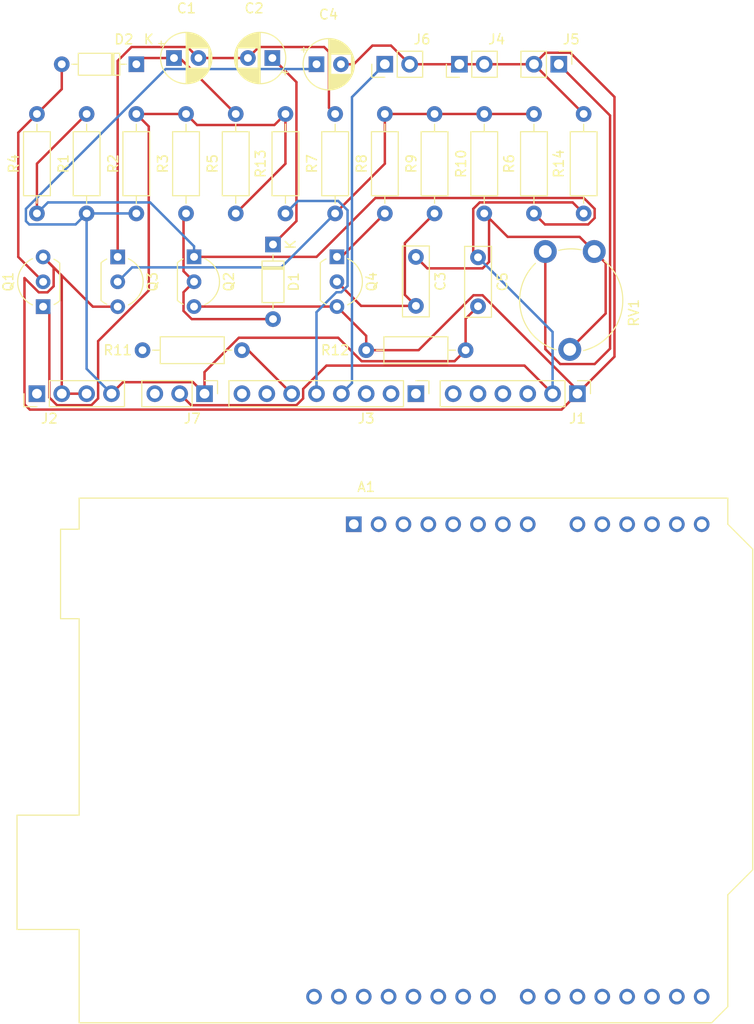
<source format=kicad_pcb>
(kicad_pcb (version 20221018) (generator pcbnew)
  (layers (0 "F.Cu" signal) (31 "B.Cu" signal) (34 "B.Paste" user) (35 "F.Paste" user) (36 "B.SilkS" user "B.Silkscreen") (37 "F.SilkS" user "F.Silkscreen") (38 "B.Mask" user) (39 "F.Mask" user) (44 "Edge.Cuts" user))
  (net 0 "")
  (net 1 "Net-(D2-K)")
  (net 2 "Net-(Q3-C)")
  (net 3 "Net-(D1-K)")
  (net 4 "Net-(C3-Pad1)")
  (net 5 "Net-(Q4-B)")
  (net 6 "VCC")
  (net 7 "GND")
  (net 8 "Net-(J1-Pin_2)")
  (net 9 "Net-(D1-A)")
  (net 10 "Net-(D2-A)")
  (net 11 "Micro")
  (net 12 "Taste")
  (net 13 "Net-(Q2-C)")
  (net 14 "Net-(Q1-C)")
  (net 15 "Net-(Q3-B)")
  (net 16 "Net-(Q4-C)")
  (net 17 "Net-(J7-Pin_3)")
  (net 18 "Net-(J3-Pin_6)")
  (net 19 "DI6")
  (footprint "Potentiometer_THT:Potentiometer_Piher_PT-10-V10_Vertical_Hole" (layer "F.Cu") (at 135.78 85.17 -90)
    (fp_text reference "RV1" (at 6.27 -9.05 90) (layer "F.SilkS"))
    (fp_text value "10k")
    (pad "" np_thru_hole circle (at 5 -2.65 270) (size 4 4) (drill 4) (layers "*.Cu" "*.Mask"))
    (pad "1" thru_hole circle (at 0 0 270) (size 2.34 2.34) (drill 1.3) (layers "*.Cu" "*.Mask") (net 11 "Micro"))
    (pad "2" thru_hole circle (at 10 -2.5 270) (size 2.34 2.34) (drill 1.3) (layers "*.Cu" "*.Mask") (net 4 "Net-(C3-Pad1)"))
    (pad "3" thru_hole circle (at 0 -5 270) (size 2.34 2.34) (drill 1.3) (layers "*.Cu" "*.Mask") (net 4 "Net-(C3-Pad1)"))
  )
  (footprint "Resistor_THT:R_Axial_DIN0207_L6.3mm_D2.5mm_P10.16mm_Horizontal" (layer "F.Cu") (at 88.9 81.28 90)
    (fp_text reference "R1" (at 5.08 -2.37 90) (layer "F.SilkS"))
    (fp_text value "1k")
    (pad "1" thru_hole circle (at 0 0 90) (size 1.6 1.6) (drill 0.8) (layers "*.Cu" "*.Mask") (net 6 "VCC"))
    (pad "2" thru_hole oval (at 10.16 0 90) (size 1.6 1.6) (drill 0.8) (layers "*.Cu" "*.Mask") (net 13 "Net-(Q2-C)"))
  )
  (footprint "Resistor_THT:R_Axial_DIN0207_L6.3mm_D2.5mm_P10.16mm_Horizontal" (layer "F.Cu") (at 94.615 95.25)
    (fp_text reference "R11" (at -2.54 0) (layer "F.SilkS"))
    (fp_text value "470")
    (pad "1" thru_hole circle (at 0 0) (size 1.6 1.6) (drill 0.8) (layers "*.Cu" "*.Mask") (net 17 "Net-(J7-Pin_3)"))
    (pad "2" thru_hole oval (at 10.16 0) (size 1.6 1.6) (drill 0.8) (layers "*.Cu" "*.Mask") (net 18 "Net-(J3-Pin_6)"))
  )
  (footprint "Resistor_THT:R_Axial_DIN0207_L6.3mm_D2.5mm_P10.16mm_Horizontal" (layer "F.Cu") (at 109.22 71.12 -90)
    (fp_text reference "R13" (at 5.08 2.54 90) (layer "F.SilkS"))
    (fp_text value "470")
    (pad "1" thru_hole circle (at 0 0 270) (size 1.6 1.6) (drill 0.8) (layers "*.Cu" "*.Mask") (net 14 "Net-(Q1-C)"))
    (pad "2" thru_hole oval (at 10.16 0 270) (size 1.6 1.6) (drill 0.8) (layers "*.Cu" "*.Mask") (net 19 "DI6"))
  )
  (footprint "Resistor_THT:R_Axial_DIN0207_L6.3mm_D2.5mm_P10.16mm_Horizontal" (layer "F.Cu") (at 104.14 81.28 90)
    (fp_text reference "R5" (at 5.08 -2.37 90) (layer "F.SilkS"))
    (fp_text value "1k")
    (pad "1" thru_hole circle (at 0 0 90) (size 1.6 1.6) (drill 0.8) (layers "*.Cu" "*.Mask") (net 14 "Net-(Q1-C)"))
    (pad "2" thru_hole oval (at 10.16 0 90) (size 1.6 1.6) (drill 0.8) (layers "*.Cu" "*.Mask") (net 1 "Net-(D2-K)"))
  )
  (footprint "Connector_PinHeader_2.54mm:PinHeader_1x03_P2.54mm_Vertical" (layer "F.Cu") (at 100.95 99.695 -90)
    (fp_text reference "J7" (at 2.54 1.255 -180) (layer "F.SilkS"))
    (fp_text value "03")
    (pad "1" thru_hole rect (at 0 0 270) (size 1.7 1.7) (drill 1) (layers "*.Cu" "*.Mask") (net 6 "VCC"))
    (pad "2" thru_hole oval (at 0 2.54 270) (size 1.7 1.7) (drill 1) (layers "*.Cu" "*.Mask") (net 8 "Net-(J1-Pin_2)"))
    (pad "3" thru_hole oval (at 0 5.08 270) (size 1.7 1.7) (drill 1) (layers "*.Cu" "*.Mask") (net 17 "Net-(J7-Pin_3)"))
  )
  (footprint "Diode_THT:D_DO-35_SOD27_P7.62mm_Horizontal" (layer "F.Cu") (at 107.95 84.455 -90)
    (fp_text reference "D1" (at 3.81 -2.12 -270) (layer "F.SilkS"))
    (fp_text value "1N4148")
    (fp_text user "K" (at 0 -1.8 -270) (layer "F.SilkS"))
    (pad "1" thru_hole rect (at 0 0 270) (size 1.6 1.6) (drill 0.8) (layers "*.Cu" "*.Mask") (net 3 "Net-(D1-K)"))
    (pad "2" thru_hole oval (at 7.62 0 270) (size 1.6 1.6) (drill 0.8) (layers "*.Cu" "*.Mask") (net 9 "Net-(D1-A)"))
  )
  (footprint "Resistor_THT:R_Axial_DIN0207_L6.3mm_D2.5mm_P10.16mm_Horizontal" (layer "F.Cu") (at 93.98 81.28 90)
    (fp_text reference "R2" (at 5.08 -2.37 90) (layer "F.SilkS"))
    (fp_text value "1k")
    (pad "1" thru_hole circle (at 0 0 90) (size 1.6 1.6) (drill 0.8) (layers "*.Cu" "*.Mask") (net 6 "VCC"))
    (pad "2" thru_hole oval (at 10.16 0 90) (size 1.6 1.6) (drill 0.8) (layers "*.Cu" "*.Mask") (net 14 "Net-(Q1-C)"))
  )
  (footprint "Package_TO_SOT_THT:TO-92L_Inline_Wide" (layer "F.Cu") (at 84.455 90.805 90)
    (fp_text reference "Q1" (at 2.54 -3.56 90) (layer "F.SilkS"))
    (fp_text value "BC547")
    (pad "1" thru_hole rect (at 0 0 90) (size 1.5 1.5) (drill 0.8) (layers "*.Cu" "*.Mask") (net 14 "Net-(Q1-C)"))
    (pad "2" thru_hole circle (at 2.54 0 90) (size 1.5 1.5) (drill 0.8) (layers "*.Cu" "*.Mask") (net 10 "Net-(D2-A)"))
    (pad "3" thru_hole circle (at 5.08 0 90) (size 1.5 1.5) (drill 0.8) (layers "*.Cu" "*.Mask") (net 7 "GND"))
  )
  (footprint "Capacitor_THT:CP_Radial_D5.0mm_P2.50mm" (layer "F.Cu") (at 97.83 65.405)
    (fp_text reference "C1" (at 1.27 -5.08) (layer "F.SilkS"))
    (fp_text value "47μF")
    (pad "1" thru_hole rect (at 0 0) (size 1.6 1.6) (drill 0.8) (layers "*.Cu" "*.Mask") (net 1 "Net-(D2-K)"))
    (pad "2" thru_hole circle (at 2.5 0) (size 1.6 1.6) (drill 0.8) (layers "*.Cu" "*.Mask") (net 2 "Net-(Q3-C)"))
  )
  (footprint "Package_TO_SOT_THT:TO-92L_Inline_Wide" (layer "F.Cu") (at 92.075 85.725 -90)
    (fp_text reference "Q3" (at 2.54 -3.56 90) (layer "F.SilkS"))
    (fp_text value "BC547")
    (pad "1" thru_hole rect (at 0 0 270) (size 1.5 1.5) (drill 0.8) (layers "*.Cu" "*.Mask") (net 2 "Net-(Q3-C)"))
    (pad "2" thru_hole circle (at 2.54 0 270) (size 1.5 1.5) (drill 0.8) (layers "*.Cu" "*.Mask") (net 15 "Net-(Q3-B)"))
    (pad "3" thru_hole circle (at 5.08 0 270) (size 1.5 1.5) (drill 0.8) (layers "*.Cu" "*.Mask") (net 7 "GND"))
  )
  (footprint "Connector_PinHeader_2.54mm:PinHeader_1x02_P2.54mm_Vertical" (layer "F.Cu") (at 137.16 66.04 -90)
    (fp_text reference "J5" (at -2.54 -1.27 -180) (layer "F.SilkS"))
    (fp_text value "Micro")
    (pad "1" thru_hole rect (at 0 0 270) (size 1.7 1.7) (drill 1) (layers "*.Cu" "*.Mask") (net 11 "Micro"))
    (pad "2" thru_hole oval (at 0 2.54 270) (size 1.7 1.7) (drill 1) (layers "*.Cu" "*.Mask") (net 7 "GND"))
  )
  (footprint "Resistor_THT:R_Axial_DIN0207_L6.3mm_D2.5mm_P10.16mm_Horizontal" (layer "F.Cu") (at 139.7 71.12 -90)
    (fp_text reference "R14" (at 5.08 2.54 90) (layer "F.SilkS"))
    (fp_text value "0,22")
    (pad "1" thru_hole circle (at 0 0 270) (size 1.6 1.6) (drill 0.8) (layers "*.Cu" "*.Mask") (net 7 "GND"))
    (pad "2" thru_hole oval (at 10.16 0 270) (size 1.6 1.6) (drill 0.8) (layers "*.Cu" "*.Mask") (net 8 "Net-(J1-Pin_2)"))
  )
  (footprint "Diode_THT:D_DO-35_SOD27_P7.62mm_Horizontal" (layer "F.Cu") (at 93.98 66.04 180)
    (fp_text reference "D2" (at 1.27 2.54) (layer "F.SilkS"))
    (fp_text value "1N4148")
    (fp_text user "K" (at -1.27 2.54) (layer "F.SilkS"))
    (pad "1" thru_hole rect (at 0 0 180) (size 1.6 1.6) (drill 0.8) (layers "*.Cu" "*.Mask") (net 1 "Net-(D2-K)"))
    (pad "2" thru_hole oval (at 7.62 0 180) (size 1.6 1.6) (drill 0.8) (layers "*.Cu" "*.Mask") (net 10 "Net-(D2-A)"))
  )
  (footprint "Connector_PinHeader_2.54mm:PinHeader_1x08_P2.54mm_Vertical" (layer "F.Cu") (at 122.555 99.695 -90)
    (fp_text reference "J3" (at 2.54 5.08 -180) (layer "F.SilkS"))
    (fp_text value "DIGITAL")
    (pad "1" thru_hole rect (at 0 0 270) (size 1.7 1.7) (drill 1) (layers "*.Cu" "*.Mask"))
    (pad "2" thru_hole oval (at 0 2.54 270) (size 1.7 1.7) (drill 1) (layers "*.Cu" "*.Mask"))
    (pad "3" thru_hole oval (at 0 5.08 270) (size 1.7 1.7) (drill 1) (layers "*.Cu" "*.Mask"))
    (pad "4" thru_hole oval (at 0 7.62 270) (size 1.7 1.7) (drill 1) (layers "*.Cu" "*.Mask") (net 12 "Taste"))
    (pad "5" thru_hole oval (at 0 10.16 270) (size 1.7 1.7) (drill 1) (layers "*.Cu" "*.Mask") (net 19 "DI6"))
    (pad "6" thru_hole oval (at 0 12.7 270) (size 1.7 1.7) (drill 1) (layers "*.Cu" "*.Mask") (net 18 "Net-(J3-Pin_6)"))
    (pad "7" thru_hole oval (at 0 15.24 270) (size 1.7 1.7) (drill 1) (layers "*.Cu" "*.Mask"))
    (pad "8" thru_hole oval (at 0 17.78 270) (size 1.7 1.7) (drill 1) (layers "*.Cu" "*.Mask"))
  )
  (footprint "Connector_PinHeader_2.54mm:PinHeader_1x02_P2.54mm_Vertical" (layer "F.Cu") (at 127 66.04 90)
    (fp_text reference "J4" (at 2.54 3.81 180) (layer "F.SilkS"))
    (fp_text value "LDR")
    (pad "1" thru_hole rect (at 0 0 90) (size 1.7 1.7) (drill 1) (layers "*.Cu" "*.Mask") (net 7 "GND"))
    (pad "2" thru_hole oval (at 0 2.54 90) (size 1.7 1.7) (drill 1) (layers "*.Cu" "*.Mask") (net 7 "GND"))
  )
  (footprint "Package_TO_SOT_THT:TO-92L_Inline_Wide" (layer "F.Cu") (at 114.485 85.715 -90)
    (fp_text reference "Q4" (at 2.54 -3.56 90) (layer "F.SilkS"))
    (fp_text value "BC547")
    (pad "1" thru_hole rect (at 0 0 270) (size 1.5 1.5) (drill 0.8) (layers "*.Cu" "*.Mask") (net 16 "Net-(Q4-C)"))
    (pad "2" thru_hole circle (at 2.54 0 270) (size 1.5 1.5) (drill 0.8) (layers "*.Cu" "*.Mask") (net 5 "Net-(Q4-B)"))
    (pad "3" thru_hole circle (at 5.08 0 270) (size 1.5 1.5) (drill 0.8) (layers "*.Cu" "*.Mask") (net 7 "GND"))
  )
  (footprint "Connector_PinHeader_2.54mm:PinHeader_1x04_P2.54mm_Vertical" (layer "F.Cu") (at 83.82 99.695 90)
    (fp_text reference "J2" (at -2.54 1.27) (layer "F.SilkS"))
    (fp_text value "Power")
    (pad "1" thru_hole rect (at 0 0 90) (size 1.7 1.7) (drill 1) (layers "*.Cu" "*.Mask"))
    (pad "2" thru_hole oval (at 0 2.54 90) (size 1.7 1.7) (drill 1) (layers "*.Cu" "*.Mask") (net 7 "GND"))
    (pad "3" thru_hole oval (at 0 5.08 90) (size 1.7 1.7) (drill 1) (layers "*.Cu" "*.Mask") (net 7 "GND"))
    (pad "4" thru_hole oval (at 0 7.62 90) (size 1.7 1.7) (drill 1) (layers "*.Cu" "*.Mask") (net 6 "VCC"))
  )
  (footprint "Connector_PinHeader_2.54mm:PinHeader_1x06_P2.54mm_Vertical" (layer "F.Cu") (at 139.065 99.695 -90)
    (fp_text reference "J1" (at 2.54 0) (layer "F.SilkS"))
    (fp_text value "Analog IN")
    (pad "1" thru_hole rect (at 0 0 270) (size 1.7 1.7) (drill 1) (layers "*.Cu" "*.Mask") (net 7 "GND"))
    (pad "2" thru_hole oval (at 0 2.54 270) (size 1.7 1.7) (drill 1) (layers "*.Cu" "*.Mask") (net 8 "Net-(J1-Pin_2)"))
    (pad "3" thru_hole oval (at 0 5.08 270) (size 1.7 1.7) (drill 1) (layers "*.Cu" "*.Mask"))
    (pad "4" thru_hole oval (at 0 7.62 270) (size 1.7 1.7) (drill 1) (layers "*.Cu" "*.Mask"))
    (pad "5" thru_hole oval (at 0 10.16 270) (size 1.7 1.7) (drill 1) (layers "*.Cu" "*.Mask"))
    (pad "6" thru_hole oval (at 0 12.7 270) (size 1.7 1.7) (drill 1) (layers "*.Cu" "*.Mask"))
  )
  (footprint "Resistor_THT:R_Axial_DIN0207_L6.3mm_D2.5mm_P10.16mm_Horizontal" (layer "F.Cu") (at 119.38 81.28 90)
    (fp_text reference "R8" (at 5.08 -2.37 90) (layer "F.SilkS"))
    (fp_text value "4k7")
    (pad "1" thru_hole circle (at 0 0 90) (size 1.6 1.6) (drill 0.8) (layers "*.Cu" "*.Mask") (net 16 "Net-(Q4-C)"))
    (pad "2" thru_hole oval (at 10.16 0 90) (size 1.6 1.6) (drill 0.8) (layers "*.Cu" "*.Mask") (net 15 "Net-(Q3-B)"))
  )
  (footprint "Capacitor_THT:C_Disc_D7.0mm_W2.5mm_P5.00mm" (layer "F.Cu") (at 122.555 85.725 -90)
    (fp_text reference "C3" (at 2.5 -2.5 -270) (layer "F.SilkS"))
    (fp_text value "100NF")
    (pad "1" thru_hole circle (at 0 0 270) (size 1.6 1.6) (drill 0.8) (layers "*.Cu" "*.Mask") (net 4 "Net-(C3-Pad1)"))
    (pad "2" thru_hole circle (at 5 0 270) (size 1.6 1.6) (drill 0.8) (layers "*.Cu" "*.Mask") (net 5 "Net-(Q4-B)"))
  )
  (footprint "Capacitor_THT:CP_Radial_D5.0mm_P2.50mm" (layer "F.Cu") (at 112.395 66.04)
    (fp_text reference "C4" (at 1.23 -5.08) (layer "F.SilkS"))
    (fp_text value "47μF")
    (pad "1" thru_hole rect (at 0 0) (size 1.6 1.6) (drill 0.8) (layers "*.Cu" "*.Mask") (net 6 "VCC"))
    (pad "2" thru_hole circle (at 2.5 0) (size 1.6 1.6) (drill 0.8) (layers "*.Cu" "*.Mask") (net 7 "GND"))
  )
  (footprint "Module:Arduino_UNO_R2" (layer "F.Cu") (at 116.205 113.03)
    (fp_text reference "A1" (at 1.27 -3.81 180) (layer "F.SilkS"))
    (fp_text value "Arduino_UNO_R2")
    (pad "1" thru_hole rect (at 0 0 90) (size 1.6 1.6) (drill 1) (layers "*.Cu" "*.Mask"))
    (pad "2" thru_hole oval (at 2.54 0 90) (size 1.6 1.6) (drill 1) (layers "*.Cu" "*.Mask"))
    (pad "3" thru_hole oval (at 5.08 0 90) (size 1.6 1.6) (drill 1) (layers "*.Cu" "*.Mask"))
    (pad "4" thru_hole oval (at 7.62 0 90) (size 1.6 1.6) (drill 1) (layers "*.Cu" "*.Mask"))
    (pad "5" thru_hole oval (at 10.16 0 90) (size 1.6 1.6) (drill 1) (layers "*.Cu" "*.Mask"))
    (pad "6" thru_hole oval (at 12.7 0 90) (size 1.6 1.6) (drill 1) (layers "*.Cu" "*.Mask"))
    (pad "7" thru_hole oval (at 15.24 0 90) (size 1.6 1.6) (drill 1) (layers "*.Cu" "*.Mask"))
    (pad "8" thru_hole oval (at 17.78 0 90) (size 1.6 1.6) (drill 1) (layers "*.Cu" "*.Mask"))
    (pad "9" thru_hole oval (at 22.86 0 90) (size 1.6 1.6) (drill 1) (layers "*.Cu" "*.Mask"))
    (pad "10" thru_hole oval (at 25.4 0 90) (size 1.6 1.6) (drill 1) (layers "*.Cu" "*.Mask"))
    (pad "11" thru_hole oval (at 27.94 0 90) (size 1.6 1.6) (drill 1) (layers "*.Cu" "*.Mask"))
    (pad "12" thru_hole oval (at 30.48 0 90) (size 1.6 1.6) (drill 1) (layers "*.Cu" "*.Mask"))
    (pad "13" thru_hole oval (at 33.02 0 90) (size 1.6 1.6) (drill 1) (layers "*.Cu" "*.Mask"))
    (pad "14" thru_hole oval (at 35.56 0 90) (size 1.6 1.6) (drill 1) (layers "*.Cu" "*.Mask"))
    (pad "15" thru_hole oval (at 35.56 48.26 90) (size 1.6 1.6) (drill 1) (layers "*.Cu" "*.Mask"))
    (pad "16" thru_hole oval (at 33.02 48.26 90) (size 1.6 1.6) (drill 1) (layers "*.Cu" "*.Mask"))
    (pad "17" thru_hole oval (at 30.48 48.26 90) (size 1.6 1.6) (drill 1) (layers "*.Cu" "*.Mask"))
    (pad "18" thru_hole oval (at 27.94 48.26 90) (size 1.6 1.6) (drill 1) (layers "*.Cu" "*.Mask"))
    (pad "19" thru_hole oval (at 25.4 48.26 90) (size 1.6 1.6) (drill 1) (layers "*.Cu" "*.Mask"))
    (pad "20" thru_hole oval (at 22.86 48.26 90) (size 1.6 1.6) (drill 1) (layers "*.Cu" "*.Mask"))
    (pad "21" thru_hole oval (at 20.32 48.26 90) (size 1.6 1.6) (drill 1) (layers "*.Cu" "*.Mask"))
    (pad "22" thru_hole oval (at 17.78 48.26 90) (size 1.6 1.6) (drill 1) (layers "*.Cu" "*.Mask"))
    (pad "23" thru_hole oval (at 13.72 48.26 90) (size 1.6 1.6) (drill 1) (layers "*.Cu" "*.Mask"))
    (pad "24" thru_hole oval (at 11.18 48.26 90) (size 1.6 1.6) (drill 1) (layers "*.Cu" "*.Mask"))
    (pad "25" thru_hole oval (at 8.64 48.26 90) (size 1.6 1.6) (drill 1) (layers "*.Cu" "*.Mask"))
    (pad "26" thru_hole oval (at 6.1 48.26 90) (size 1.6 1.6) (drill 1) (layers "*.Cu" "*.Mask"))
    (pad "27" thru_hole oval (at 3.56 48.26 90) (size 1.6 1.6) (drill 1) (layers "*.Cu" "*.Mask"))
    (pad "28" thru_hole oval (at 1.02 48.26 90) (size 1.6 1.6) (drill 1) (layers "*.Cu" "*.Mask"))
    (pad "29" thru_hole oval (at -1.52 48.26 90) (size 1.6 1.6) (drill 1) (layers "*.Cu" "*.Mask"))
    (pad "30" thru_hole oval (at -4.06 48.26 90) (size 1.6 1.6) (drill 1) (layers "*.Cu" "*.Mask"))
  )
  (footprint "Package_TO_SOT_THT:TO-92L_Inline_Wide" (layer "F.Cu") (at 99.88 85.715 -90)
    (fp_text reference "Q2" (at 2.54 -3.56 90) (layer "F.SilkS"))
    (fp_text value "BC547")
    (pad "1" thru_hole rect (at 0 0 270) (size 1.5 1.5) (drill 0.8) (layers "*.Cu" "*.Mask") (net 13 "Net-(Q2-C)"))
    (pad "2" thru_hole circle (at 2.54 0 270) (size 1.5 1.5) (drill 0.8) (layers "*.Cu" "*.Mask") (net 9 "Net-(D1-A)"))
    (pad "3" thru_hole circle (at 5.08 0 270) (size 1.5 1.5) (drill 0.8) (layers "*.Cu" "*.Mask") (net 7 "GND"))
  )
  (footprint "Resistor_THT:R_Axial_DIN0207_L6.3mm_D2.5mm_P10.16mm_Horizontal" (layer "F.Cu") (at 83.82 81.28 90)
    (fp_text reference "R4" (at 5.08 -2.37 90) (layer "F.SilkS"))
    (fp_text value "22k")
    (pad "1" thru_hole circle (at 0 0 90) (size 1.6 1.6) (drill 0.8) (layers "*.Cu" "*.Mask") (net 13 "Net-(Q2-C)"))
    (pad "2" thru_hole oval (at 10.16 0 90) (size 1.6 1.6) (drill 0.8) (layers "*.Cu" "*.Mask") (net 10 "Net-(D2-A)"))
  )
  (footprint "Capacitor_THT:CP_Radial_D5.0mm_P2.50mm" (layer "F.Cu") (at 107.885113 65.405 180)
    (fp_text reference "C2" (at 1.865 5.08) (layer "F.SilkS"))
    (fp_text value "47μF")
    (pad "1" thru_hole rect (at 0 0 180) (size 1.6 1.6) (drill 0.8) (layers "*.Cu" "*.Mask") (net 3 "Net-(D1-K)"))
    (pad "2" thru_hole circle (at 2.5 0 180) (size 1.6 1.6) (drill 0.8) (layers "*.Cu" "*.Mask") (net 2 "Net-(Q3-C)"))
  )
  (footprint "Resistor_THT:R_Axial_DIN0207_L6.3mm_D2.5mm_P10.16mm_Horizontal" (layer "F.Cu") (at 124.46 81.28 90)
    (fp_text reference "R9" (at 5.08 -2.37 90) (layer "F.SilkS"))
    (fp_text value "160k")
    (pad "1" thru_hole circle (at 0 0 90) (size 1.6 1.6) (drill 0.8) (layers "*.Cu" "*.Mask") (net 5 "Net-(Q4-B)"))
    (pad "2" thru_hole oval (at 10.16 0 90) (size 1.6 1.6) (drill 0.8) (layers "*.Cu" "*.Mask") (net 15 "Net-(Q3-B)"))
  )
  (footprint "Connector_PinHeader_2.54mm:PinHeader_1x02_P2.54mm_Vertical" (layer "F.Cu") (at 119.375 66.04 90)
    (fp_text reference "J6" (at 2.54 3.81 180) (layer "F.SilkS"))
    (fp_text value "Taste")
    (pad "1" thru_hole rect (at 0 0 90) (size 1.7 1.7) (drill 1) (layers "*.Cu" "*.Mask") (net 12 "Taste"))
    (pad "2" thru_hole oval (at 0 2.54 90) (size 1.7 1.7) (drill 1) (layers "*.Cu" "*.Mask") (net 7 "GND"))
  )
  (footprint "Resistor_THT:R_Axial_DIN0207_L6.3mm_D2.5mm_P10.16mm_Horizontal" (layer "F.Cu") (at 99.06 81.28 90)
    (fp_text reference "R3" (at 5.08 -2.37 90) (layer "F.SilkS"))
    (fp_text value "22k")
    (pad "1" thru_hole circle (at 0 0 90) (size 1.6 1.6) (drill 0.8) (layers "*.Cu" "*.Mask") (net 9 "Net-(D1-A)"))
    (pad "2" thru_hole oval (at 10.16 0 90) (size 1.6 1.6) (drill 0.8) (layers "*.Cu" "*.Mask") (net 14 "Net-(Q1-C)"))
  )
  (footprint "Resistor_THT:R_Axial_DIN0207_L6.3mm_D2.5mm_P10.16mm_Horizontal" (layer "F.Cu") (at 127.635 95.25 180)
    (fp_text reference "R12" (at 13.335 0) (layer "F.SilkS"))
    (fp_text value "10k")
    (pad "1" thru_hole circle (at 0 0 180) (size 1.6 1.6) (drill 0.8) (layers "*.Cu" "*.Mask") (net 6 "VCC"))
    (pad "2" thru_hole oval (at 10.16 0 180) (size 1.6 1.6) (drill 0.8) (layers "*.Cu" "*.Mask") (net 7 "GND"))
  )
  (footprint "Resistor_THT:R_Axial_DIN0207_L6.3mm_D2.5mm_P10.16mm_Horizontal" (layer "F.Cu") (at 134.62 81.28 90)
    (fp_text reference "R6" (at 5.08 -2.54 90) (layer "F.SilkS"))
    (fp_text value "1k")
    (pad "1" thru_hole circle (at 0 0 90) (size 1.6 1.6) (drill 0.8) (layers "*.Cu" "*.Mask") (net 13 "Net-(Q2-C)"))
    (pad "2" thru_hole oval (at 10.16 0 90) (size 1.6 1.6) (drill 0.8) (layers "*.Cu" "*.Mask") (net 15 "Net-(Q3-B)"))
  )
  (footprint "Capacitor_THT:C_Disc_D7.0mm_W2.5mm_P5.00mm" (layer "F.Cu") (at 128.905 85.765 -90)
    (fp_text reference "C5" (at 2.5 -2.5 90) (layer "F.SilkS"))
    (fp_text value "100NF")
    (pad "1" thru_hole circle (at 0 0 270) (size 1.6 1.6) (drill 0.8) (layers "*.Cu" "*.Mask") (net 8 "Net-(J1-Pin_2)"))
    (pad "2" thru_hole circle (at 5 0 270) (size 1.6 1.6) (drill 0.8) (layers "*.Cu" "*.Mask") (net 6 "VCC"))
  )
  (footprint "Resistor_THT:R_Axial_DIN0207_L6.3mm_D2.5mm_P10.16mm_Horizontal" (layer "F.Cu") (at 114.3 81.28 90)
    (fp_text reference "R7" (at 5.08 -2.37 90) (layer "F.SilkS"))
    (fp_text value "10k")
    (pad "1" thru_hole circle (at 0 0 90) (size 1.6 1.6) (drill 0.8) (layers "*.Cu" "*.Mask") (net 15 "Net-(Q3-B)"))
    (pad "2" thru_hole oval (at 10.16 0 90) (size 1.6 1.6) (drill 0.8) (layers "*.Cu" "*.Mask") (net 2 "Net-(Q3-C)"))
  )
  (footprint "Resistor_THT:R_Axial_DIN0207_L6.3mm_D2.5mm_P10.16mm_Horizontal" (layer "F.Cu") (at 129.54 81.28 90)
    (fp_text reference "R10" (at 5.08 -2.37 90) (layer "F.SilkS"))
    (fp_text value "10k")
    (pad "1" thru_hole circle (at 0 0 90) (size 1.6 1.6) (drill 0.8) (layers "*.Cu" "*.Mask") (net 4 "Net-(C3-Pad1)"))
    (pad "2" thru_hole oval (at 10.16 0 90) (size 1.6 1.6) (drill 0.8) (layers "*.Cu" "*.Mask") (net 15 "Net-(Q3-B)"))
  )
  (segment (start 97.83 65.405) (end 94.615 65.405) (width 0.25) (layer "F.Cu") (net 1))
  (segment (start 98.425 65.405) (end 104.14 71.12) (width 0.25) (layer "F.Cu") (net 1))
  (segment (start 94.615 65.405) (end 93.98 66.04) (width 0.25) (layer "F.Cu") (net 1))
  (segment (start 97.83 65.405) (end 98.425 65.405) (width 0.25) (layer "F.Cu") (net 1))
  (segment (start 113.174999 64.28) (end 113.665 64.770001) (width 0.25) (layer "F.Cu") (net 2))
  (segment (start 105.385113 65.405) (end 100.33 65.405) (width 0.25) (layer "F.Cu") (net 2))
  (segment (start 105.385113 65.405) (end 106.510113 64.28) (width 0.25) (layer "F.Cu") (net 2))
  (segment (start 93.49 64.28) (end 92.075 65.695) (width 0.25) (layer "F.Cu") (net 2))
  (segment (start 113.665 64.770001) (end 113.665 70.485) (width 0.25) (layer "F.Cu") (net 2))
  (segment (start 113.665 70.485) (end 114.3 71.12) (width 0.25) (layer "F.Cu") (net 2))
  (segment (start 92.075 65.695) (end 92.075 85.725) (width 0.25) (layer "F.Cu") (net 2))
  (segment (start 99.205 64.28) (end 93.49 64.28) (width 0.25) (layer "F.Cu") (net 2))
  (segment (start 106.510113 64.28) (end 113.174999 64.28) (width 0.25) (layer "F.Cu") (net 2))
  (segment (start 100.33 65.405) (end 99.205 64.28) (width 0.25) (layer "F.Cu") (net 2))
  (segment (start 107.885113 65.405) (end 110.345 67.864887) (width 0.25) (layer "F.Cu") (net 3))
  (segment (start 110.345 82.06) (end 107.95 84.455) (width 0.25) (layer "F.Cu") (net 3))
  (segment (start 110.345 67.864887) (end 110.345 82.06) (width 0.25) (layer "F.Cu") (net 3))
  (segment (start 123.72 86.89) (end 129.370991 86.89) (width 0.25) (layer "F.Cu") (net 4))
  (segment (start 141.949999 91.500001) (end 141.949999 86.339999) (width 0.25) (layer "F.Cu") (net 4))
  (segment (start 138.28 95.17) (end 141.949999 91.500001) (width 0.25) (layer "F.Cu") (net 4))
  (segment (start 129.370991 86.89) (end 130.03 86.230991) (width 0.25) (layer "F.Cu") (net 4))
  (segment (start 122.555 85.725) (end 123.72 86.89) (width 0.25) (layer "F.Cu") (net 4))
  (segment (start 131.935 83.675) (end 129.54 81.28) (width 0.25) (layer "F.Cu") (net 4))
  (segment (start 130.03 81.77) (end 129.54 81.28) (width 0.25) (layer "F.Cu") (net 4))
  (segment (start 130.03 86.230991) (end 130.03 81.77) (width 0.25) (layer "F.Cu") (net 4))
  (segment (start 141.949999 86.339999) (end 140.78 85.17) (width 0.25) (layer "F.Cu") (net 4))
  (segment (start 139.285 83.675) (end 131.935 83.675) (width 0.25) (layer "F.Cu") (net 4))
  (segment (start 140.78 85.17) (end 139.285 83.675) (width 0.25) (layer "F.Cu") (net 4))
  (segment (start 121.43 89.6) (end 121.43 84.31) (width 0.25) (layer "F.Cu") (net 5))
  (segment (start 116.955 90.725) (end 114.485 88.255) (width 0.25) (layer "F.Cu") (net 5))
  (segment (start 121.43 84.31) (end 124.46 81.28) (width 0.25) (layer "F.Cu") (net 5))
  (segment (start 122.555 90.725) (end 116.955 90.725) (width 0.25) (layer "F.Cu") (net 5))
  (segment (start 122.555 90.725) (end 121.43 89.6) (width 0.25) (layer "F.Cu") (net 5))
  (segment (start 104.454009 93.98) (end 114.614009 93.98) (width 0.25) (layer "F.Cu") (net 6))
  (segment (start 100.95 99.695) (end 100.95 97.484009) (width 0.25) (layer "F.Cu") (net 6))
  (segment (start 100.95 97.484009) (end 104.454009 93.98) (width 0.25) (layer "F.Cu") (net 6))
  (segment (start 114.614009 93.98) (end 117.009009 96.375) (width 0.25) (layer "F.Cu") (net 6))
  (segment (start 126.51 96.375) (end 127.635 95.25) (width 0.25) (layer "F.Cu") (net 6))
  (segment (start 127.635 95.25) (end 127.635 92.035) (width 0.25) (layer "F.Cu") (net 6))
  (segment (start 92.615 98.52) (end 91.44 99.695) (width 0.25) (layer "F.Cu") (net 6))
  (segment (start 100.95 99.695) (end 99.775 98.52) (width 0.25) (layer "F.Cu") (net 6))
  (segment (start 117.009009 96.375) (end 126.51 96.375) (width 0.25) (layer "F.Cu") (net 6))
  (segment (start 127.635 92.035) (end 128.905 90.765) (width 0.25) (layer "F.Cu") (net 6))
  (segment (start 99.775 98.52) (end 92.615 98.52) (width 0.25) (layer "F.Cu") (net 6))
  (segment (start 88.9 81.28) (end 87.775 82.405) (width 0.25) (layer "B.Cu") (net 6))
  (segment (start 88.9 97.155) (end 88.9 81.28) (width 0.25) (layer "B.Cu") (net 6))
  (segment (start 82.695 82.06) (end 82.695 80.814009) (width 0.25) (layer "B.Cu") (net 6))
  (segment (start 111.905 66.53) (end 112.395 66.04) (width 0.25) (layer "B.Cu") (net 6))
  (segment (start 83.04 82.405) (end 82.695 82.06) (width 0.25) (layer "B.Cu") (net 6))
  (segment (start 96.979009 66.53) (end 111.905 66.53) (width 0.25) (layer "B.Cu") (net 6))
  (segment (start 88.9 81.28) (end 93.98 81.28) (width 0.25) (layer "B.Cu") (net 6))
  (segment (start 91.44 99.695) (end 88.9 97.155) (width 0.25) (layer "B.Cu") (net 6))
  (segment (start 87.775 82.405) (end 83.04 82.405) (width 0.25) (layer "B.Cu") (net 6))
  (segment (start 82.695 80.814009) (end 96.979009 66.53) (width 0.25) (layer "B.Cu") (net 6))
  (segment (start 116.205 66.04) (end 114.895 66.04) (width 0.25) (layer "F.Cu") (net 7))
  (segment (start 89.535 90.805) (end 92.075 90.805) (width 0.25) (layer "F.Cu") (net 7))
  (segment (start 118.11 64.135) (end 116.205 66.04) (width 0.25) (layer "F.Cu") (net 7))
  (segment (start 142.849999 95.910001) (end 139.065 99.695) (width 0.25) (layer "F.Cu") (net 7))
  (segment (start 129.54 66.04) (end 127 66.04) (width 0.25) (layer "F.Cu") (net 7))
  (segment (start 139.065 99.334009) (end 139.065 99.695) (width 0.25) (layer "F.Cu") (net 7))
  (segment (start 135.795 64.865) (end 138.335 64.865) (width 0.25) (layer "F.Cu") (net 7))
  (segment (start 83.095 101.32) (end 82.549302 100.774302) (width 0.25) (layer "F.Cu") (net 7))
  (segment (start 134.62 66.04) (end 135.795 64.865) (width 0.25) (layer "F.Cu") (net 7))
  (segment (start 84.00972 89.34) (end 84.90028 89.34) (width 0.25) (layer "F.Cu") (net 7))
  (segment (start 134.62 66.04) (end 129.54 66.04) (width 0.25) (layer "F.Cu") (net 7))
  (segment (start 120.01 64.135) (end 118.11 64.135) (width 0.25) (layer "F.Cu") (net 7))
  (segment (start 84.455 85.725) (end 89.535 90.805) (width 0.25) (layer "F.Cu") (net 7))
  (segment (start 86.36 87.63) (end 84.455 85.725) (width 0.25) (layer "F.Cu") (net 7))
  (segment (start 85.53 88.71028) (end 85.53 86.8) (width 0.25) (layer "F.Cu") (net 7))
  (segment (start 128.439009 89.64) (end 129.370991 89.64) (width 0.25) (layer "F.Cu") (net 7))
  (segment (start 84.90028 89.34) (end 85.53 88.71028) (width 0.25) (layer "F.Cu") (net 7))
  (segment (start 88.9 99.695) (end 86.36 99.695) (width 0.25) (layer "F.Cu") (net 7))
  (segment (start 117.475 95.25) (end 122.829009 95.25) (width 0.25) (layer "F.Cu") (net 7))
  (segment (start 85.53 86.8) (end 84.455 85.725) (width 0.25) (layer "F.Cu") (net 7))
  (segment (start 122.829009 95.25) (end 128.439009 89.64) (width 0.25) (layer "F.Cu") (net 7))
  (segment (start 82.549302 100.774302) (end 82.549302 87.879582) (width 0.25) (layer "F.Cu") (net 7))
  (segment (start 127 66.04) (end 121.915 66.04) (width 0.25) (layer "F.Cu") (net 7))
  (segment (start 129.370991 89.64) (end 139.065 99.334009) (width 0.25) (layer "F.Cu") (net 7))
  (segment (start 117.475 95.25) (end 117.475 93.785) (width 0.25) (layer "F.Cu") (net 7))
  (segment (start 139.065 99.695) (end 137.44 101.32) (width 0.25) (layer "F.Cu") (net 7))
  (segment (start 82.549302 87.879582) (end 84.00972 89.34) (width 0.25) (layer "F.Cu") (net 7))
  (segment (start 137.44 101.32) (end 83.095 101.32) (width 0.25) (layer "F.Cu") (net 7))
  (segment (start 86.36 99.695) (end 86.36 87.63) (width 0.25) (layer "F.Cu") (net 7))
  (segment (start 138.335 64.865) (end 142.849999 69.379999) (width 0.25) (layer "F.Cu") (net 7))
  (segment (start 117.475 93.785) (end 114.485 90.795) (width 0.25) (layer "F.Cu") (net 7))
  (segment (start 121.915 66.04) (end 120.01 64.135) (width 0.25) (layer "F.Cu") (net 7))
  (segment (start 139.7 71.12) (end 134.62 66.04) (width 0.25) (layer "F.Cu") (net 7))
  (segment (start 142.849999 69.379999) (end 142.849999 95.910001) (width 0.25) (layer "F.Cu") (net 7))
  (segment (start 114.485 90.795) (end 99.88 90.795) (width 0.25) (layer "F.Cu") (net 7))
  (segment (start 111.03 100.181701) (end 110.341701 100.87) (width 0.25) (layer "F.Cu") (net 8))
  (segment (start 113.413299 96.825) (end 111.03 99.208299) (width 0.25) (layer "F.Cu") (net 8))
  (segment (start 138.575 80.155) (end 129.074009 80.155) (width 0.25) (layer "F.Cu") (net 8))
  (segment (start 99.585 100.87) (end 98.41 99.695) (width 0.25) (layer "F.Cu") (net 8))
  (segment (start 128.415 85.275) (end 128.905 85.765) (width 0.25) (layer "F.Cu") (net 8))
  (segment (start 139.7 81.28) (end 138.575 80.155) (width 0.25) (layer "F.Cu") (net 8))
  (segment (start 129.074009 80.155) (end 128.415 80.814009) (width 0.25) (layer "F.Cu") (net 8))
  (segment (start 136.525 99.695) (end 133.655 96.825) (width 0.25) (layer "F.Cu") (net 8))
  (segment (start 110.341701 100.87) (end 99.585 100.87) (width 0.25) (layer "F.Cu") (net 8))
  (segment (start 133.655 96.825) (end 113.413299 96.825) (width 0.25) (layer "F.Cu") (net 8))
  (segment (start 128.415 80.814009) (end 128.415 85.275) (width 0.25) (layer "F.Cu") (net 8))
  (segment (start 111.03 99.208299) (end 111.03 100.181701) (width 0.25) (layer "F.Cu") (net 8))
  (segment (start 136.525 93.385) (end 136.525 99.695) (width 0.25) (layer "B.Cu") (net 8))
  (segment (start 128.905 85.765) (end 136.525 93.385) (width 0.25) (layer "B.Cu") (net 8))
  (segment (start 99.63972 92.075) (end 107.95 92.075) (width 0.25) (layer "F.Cu") (net 9))
  (segment (start 98.805 87.18) (end 98.805 81.535) (width 0.25) (layer "F.Cu") (net 9))
  (segment (start 98.805 89.33) (end 98.805 91.24028) (width 0.25) (layer "F.Cu") (net 9))
  (segment (start 98.805 81.535) (end 99.06 81.28) (width 0.25) (layer "F.Cu") (net 9))
  (segment (start 99.88 88.255) (end 98.805 87.18) (width 0.25) (layer "F.Cu") (net 9))
  (segment (start 99.88 88.255) (end 98.805 89.33) (width 0.25) (layer "F.Cu") (net 9))
  (segment (start 98.805 91.24028) (end 99.63972 92.075) (width 0.25) (layer "F.Cu") (net 9))
  (segment (start 83.82 71.12) (end 81.915 73.025) (width 0.25) (layer "F.Cu") (net 10))
  (segment (start 81.915 85.725) (end 84.455 88.265) (width 0.25) (layer "F.Cu") (net 10))
  (segment (start 86.36 68.58) (end 83.82 71.12) (width 0.25) (layer "F.Cu") (net 10))
  (segment (start 86.36 66.04) (end 86.36 68.58) (width 0.25) (layer "F.Cu") (net 10))
  (segment (start 81.915 73.025) (end 81.915 85.725) (width 0.25) (layer "F.Cu") (net 10))
  (segment (start 140.825 96.665) (end 137.305 96.665) (width 0.25) (layer "F.Cu") (net 11))
  (segment (start 135.78 95.14) (end 135.78 85.17) (width 0.25) (layer "F.Cu") (net 11))
  (segment (start 142.399999 71.279999) (end 142.399999 95.090001) (width 0.25) (layer "F.Cu") (net 11))
  (segment (start 137.16 66.04) (end 142.399999 71.279999) (width 0.25) (layer "F.Cu") (net 11))
  (segment (start 142.399999 95.090001) (end 140.825 96.665) (width 0.25) (layer "F.Cu") (net 11))
  (segment (start 137.305 96.665) (end 135.78 95.14) (width 0.25) (layer "F.Cu") (net 11))
  (segment (start 116.02 98.61) (end 116.02 69.395) (width 0.25) (layer "B.Cu") (net 12))
  (segment (start 114.935 99.695) (end 116.02 98.61) (width 0.25) (layer "B.Cu") (net 12))
  (segment (start 116.02 69.395) (end 119.375 66.04) (width 0.25) (layer "B.Cu") (net 12))
  (segment (start 140.825 81.745991) (end 140.165991 82.405) (width 0.25) (layer "F.Cu") (net 13))
  (segment (start 135.745 82.405) (end 134.62 81.28) (width 0.25) (layer "F.Cu") (net 13))
  (segment (start 140.825 80.814009) (end 140.825 81.745991) (width 0.25) (layer "F.Cu") (net 13))
  (segment (start 139.715991 79.705) (end 140.825 80.814009) (width 0.25) (layer "F.Cu") (net 13))
  (segment (start 83.82 76.2) (end 88.9 71.12) (width 0.25) (layer "F.Cu") (net 13))
  (segment (start 140.165991 82.405) (end 135.745 82.405) (width 0.25) (layer "F.Cu") (net 13))
  (segment (start 118.415 79.705) (end 139.715991 79.705) (width 0.25) (layer "F.Cu") (net 13))
  (segment (start 99.88 85.715) (end 112.405 85.715) (width 0.25) (layer "F.Cu") (net 13))
  (segment (start 112.405 85.715) (end 118.415 79.705) (width 0.25) (layer "F.Cu") (net 13))
  (segment (start 83.82 81.28) (end 83.82 76.2) (width 0.25) (layer "F.Cu") (net 13))
  (segment (start 99.88 84.64) (end 99.88 85.715) (width 0.25) (layer "B.Cu") (net 13))
  (segment (start 84.945 80.155) (end 95.395 80.155) (width 0.25) (layer "B.Cu") (net 13))
  (segment (start 95.395 80.155) (end 99.88 84.64) (width 0.25) (layer "B.Cu") (net 13))
  (segment (start 83.82 81.28) (end 84.945 80.155) (width 0.25) (layer "B.Cu") (net 13))
  (segment (start 89.386701 100.87) (end 85.873299 100.87) (width 0.25) (layer "F.Cu") (net 14))
  (segment (start 95.25 89.15028) (end 90.075 94.32528) (width 0.25) (layer "F.Cu") (net 14))
  (segment (start 93.98 71.12) (end 99.06 71.12) (width 0.25) (layer "F.Cu") (net 14))
  (segment (start 90.075 94.32528) (end 90.075 100.181701) (width 0.25) (layer "F.Cu") (net 14))
  (segment (start 85.09 100.086701) (end 85.09 91.44) (width 0.25) (layer "F.Cu") (net 14))
  (segment (start 85.873299 100.87) (end 85.09 100.086701) (width 0.25) (layer "F.Cu") (net 14))
  (segment (start 99.06 71.12) (end 100.185 72.245) (width 0.25) (layer "F.Cu") (net 14))
  (segment (start 95.25 72.39) (end 95.25 89.15028) (width 0.25) (layer "F.Cu") (net 14))
  (segment (start 109.22 71.12) (end 109.22 76.2) (width 0.25) (layer "F.Cu") (net 14))
  (segment (start 93.98 71.12) (end 95.25 72.39) (width 0.25) (layer "F.Cu") (net 14))
  (segment (start 100.185 72.245) (end 108.095 72.245) (width 0.25) (layer "F.Cu") (net 14))
  (segment (start 85.09 91.44) (end 84.455 90.805) (width 0.25) (layer "F.Cu") (net 14))
  (segment (start 109.22 76.2) (end 104.14 81.28) (width 0.25) (layer "F.Cu") (net 14))
  (segment (start 108.095 72.245) (end 109.22 71.12) (width 0.25) (layer "F.Cu") (net 14))
  (segment (start 90.075 100.181701) (end 89.386701 100.87) (width 0.25) (layer "F.Cu") (net 14))
  (segment (start 134.62 71.12) (end 129.54 71.12) (width 0.25) (layer "F.Cu") (net 15))
  (segment (start 119.38 71.12) (end 119.38 76.2) (width 0.25) (layer "F.Cu") (net 15))
  (segment (start 119.38 76.2) (end 114.3 81.28) (width 0.25) (layer "F.Cu") (net 15))
  (segment (start 119.38 71.12) (end 124.46 71.12) (width 0.25) (layer "F.Cu") (net 15))
  (segment (start 124.46 71.12) (end 129.54 71.12) (width 0.25) (layer "F.Cu") (net 15))
  (segment (start 108.79 86.79) (end 114.3 81.28) (width 0.25) (layer "B.Cu") (net 15))
  (segment (start 93.55 86.79) (end 108.79 86.79) (width 0.25) (layer "B.Cu") (net 15))
  (segment (start 92.075 88.265) (end 93.55 86.79) (width 0.25) (layer "B.Cu") (net 15))
  (segment (start 114.945 85.715) (end 114.485 85.715) (width 0.25) (layer "F.Cu") (net 16))
  (segment (start 119.38 81.28) (end 114.945 85.715) (width 0.25) (layer "F.Cu") (net 16))
  (segment (start 109.855 99.695) (end 105.41 95.25) (width 0.25) (layer "F.Cu") (net 18))
  (segment (start 105.41 95.25) (end 104.775 95.25) (width 0.25) (layer "F.Cu") (net 18))
  (segment (start 114.42972 89.33) (end 114.93028 89.33) (width 0.25) (layer "B.Cu") (net 19))
  (segment (start 114.620991 80.01) (end 110.49 80.01) (width 0.25) (layer "B.Cu") (net 19))
  (segment (start 110.49 80.01) (end 109.22 81.28) (width 0.25) (layer "B.Cu") (net 19))
  (segment (start 112.395 91.36472) (end 114.42972 89.33) (width 0.25) (layer "B.Cu") (net 19))
  (segment (start 115.57 80.959009) (end 114.620991 80.01) (width 0.25) (layer "B.Cu") (net 19))
  (segment (start 112.395 99.695) (end 112.395 91.36472) (width 0.25) (layer "B.Cu") (net 19))
  (segment (start 114.93028 89.33) (end 115.57 88.69028) (width 0.25) (layer "B.Cu") (net 19))
  (segment (start 115.57 88.69028) (end 115.57 80.959009) (width 0.25) (layer "B.Cu") (net 19))
)
</source>
